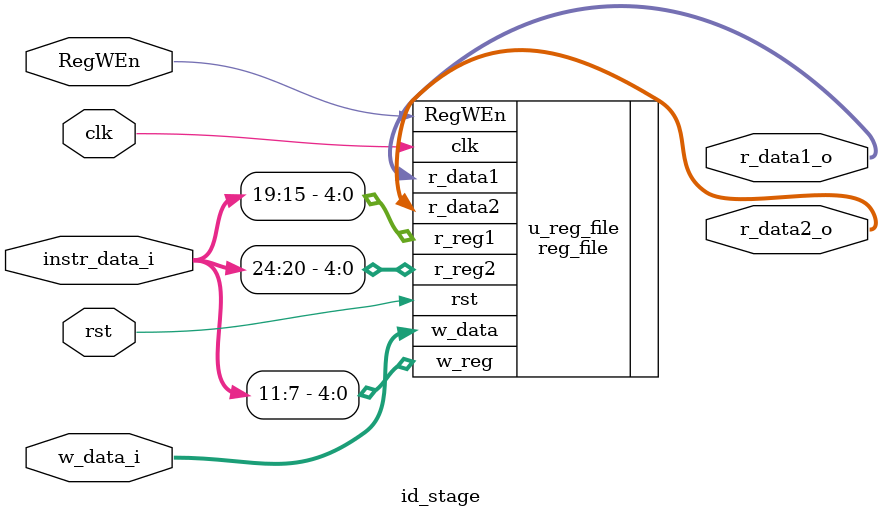
<source format=v>
module id_stage(
    input clk,
    input rst,

    input [31:0] instr_data_i,
    input [31:0] w_data_i,
    input RegWEn,

    output [31:0] r_data1_o,
    output [31:0] r_data2_o
);

    // module registerFile
    reg_file u_reg_file (
        .clk(clk),
        .rst(rst),

        .r_reg1(instr_data_i[19:15]), // rs1
        .r_reg2(instr_data_i[24:20]), //rs2
        .w_reg(instr_data_i[11:7]),   //rd
        .w_data(w_data_i),            // data write in
        .RegWEn(RegWEn),

        .r_data1(r_data1_o),
        .r_data2(r_data2_o)

    );


endmodule
</source>
